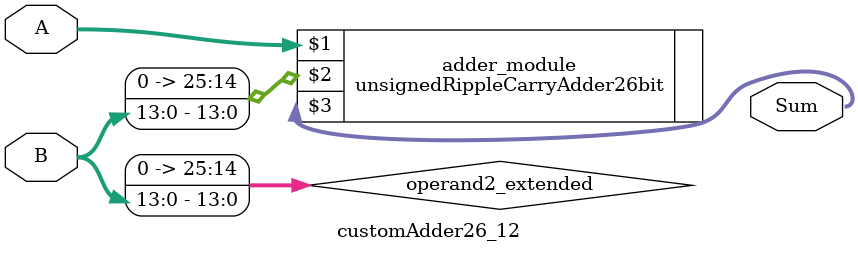
<source format=v>

module customAdder26_12(
                    input [25 : 0] A,
                    input [13 : 0] B,
                    
                    output [26 : 0] Sum
            );

    wire [25 : 0] operand2_extended;
    
    assign operand2_extended =  {12'b0, B};
    
    unsignedRippleCarryAdder26bit adder_module(
        A,
        operand2_extended,
        Sum
    );
    
endmodule
        
</source>
